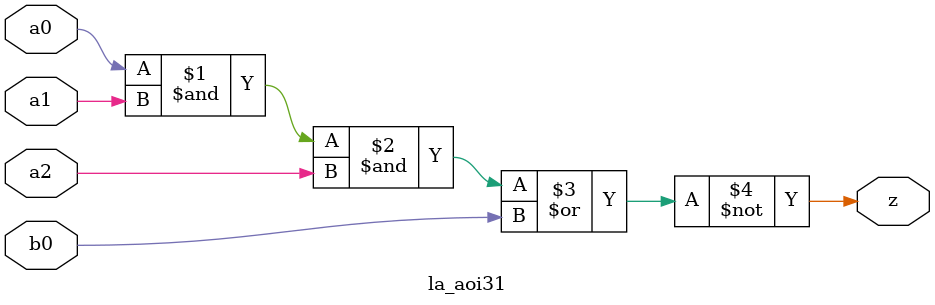
<source format=v>

module la_aoi31 #(parameter PROP = "DEFAULT")   (
    input  a0,
    input  a1,
    input  a2,
    input  b0,
    output z
    );

   assign z = ~((a0 & a1 & a2) | b0);

endmodule

</source>
